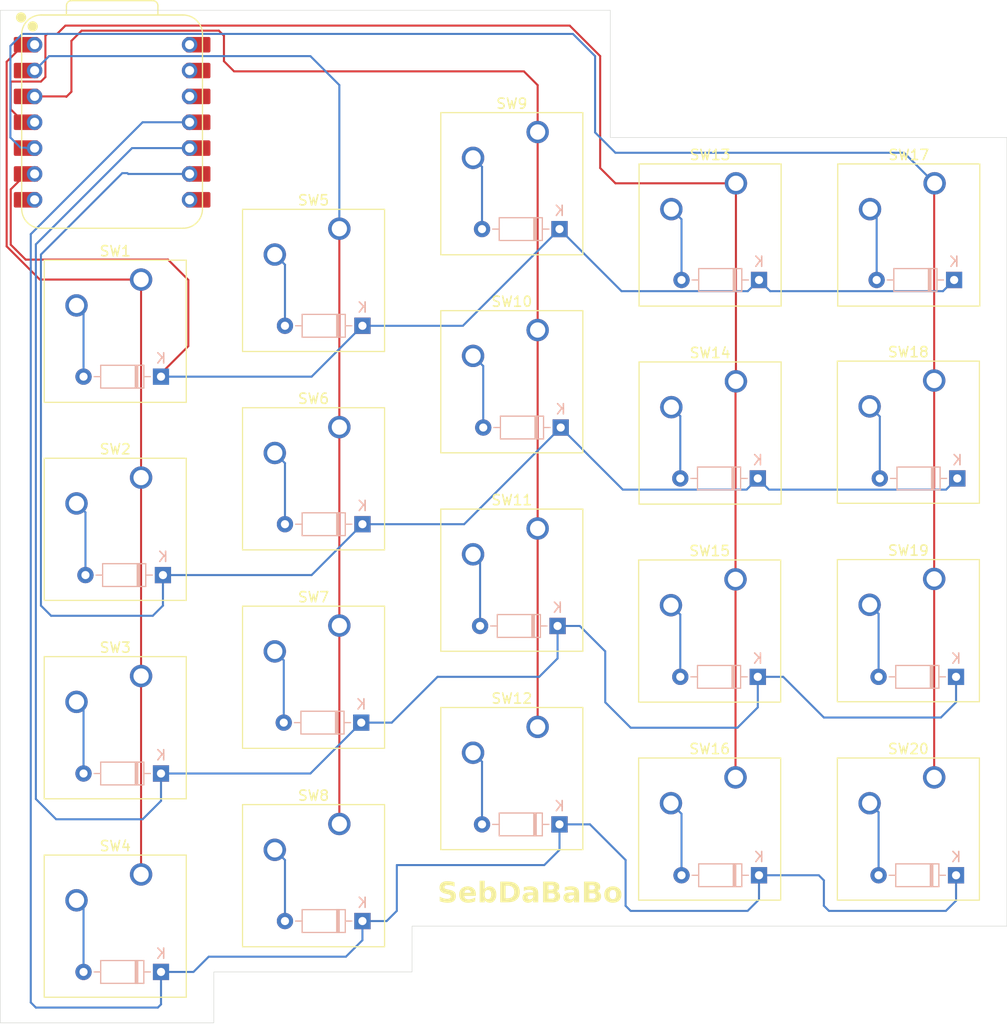
<source format=kicad_pcb>
(kicad_pcb (version 20240108) (generator "pcbnew") (generator_version "8.0")
  (layers (0 "F.Cu" signal) (31 "B.Cu" signal) (34 "B.Paste" user) (35 "F.Paste" user) (36 "B.SilkS" user "B.Silkscreen") (37 "F.SilkS" user "F.Silkscreen") (38 "B.Mask" user) (39 "F.Mask" user) (44 "Edge.Cuts" user))
  (net 0 "")
  (net 1 "ROW0")
  (net 2 "Net-(D1-A)")
  (net 3 "Net-(D2-A)")
  (net 4 "ROW1")
  (net 5 "Net-(D3-A)")
  (net 6 "ROW2")
  (net 7 "ROW3")
  (net 8 "Net-(D4-A)")
  (net 9 "Net-(D5-A)")
  (net 10 "Net-(D6-A)")
  (net 11 "Net-(D7-A)")
  (net 12 "Net-(D8-A)")
  (net 13 "Net-(D9-A)")
  (net 14 "Net-(D10-A)")
  (net 15 "Net-(D11-A)")
  (net 16 "Net-(D12-A)")
  (net 17 "Net-(D13-A)")
  (net 18 "Net-(D14-A)")
  (net 19 "Net-(D15-A)")
  (net 20 "Net-(D16-A)")
  (net 21 "Net-(D17-A)")
  (net 22 "Net-(D18-A)")
  (net 23 "Net-(D19-A)")
  (net 24 "Net-(D20-A)")
  (net 25 "COL0")
  (net 26 "COL1")
  (net 27 "COL2")
  (net 28 "COL3")
  (net 29 "COL4")
  (net 31 "GND")
  (footprint "Button_Switch_Keyboard:SW_Cherry_MX_1.00u_PCB" (layer "F.Cu") (at 129.85 107.46)
    (property "Reference" "SW7" (at -2.54 -2.794 0) (layer "F.SilkS"))
    (property "Value" "SW_Push" (hide yes))
    (pad "" np_thru_hole circle (at -7.62 5.08) (size 1.7 1.7) (drill 1.7) (layers "*.Cu" "*.Mask"))
    (pad "" np_thru_hole circle (at -2.54 5.08) (size 4 4) (drill 4) (layers "*.Cu" "*.Mask"))
    (pad "" np_thru_hole circle (at 2.54 5.08) (size 1.7 1.7) (drill 1.7) (layers "*.Cu" "*.Mask"))
    (pad "1" thru_hole circle (at 0 0) (size 2.2 2.2) (drill 1.5) (layers "*.Cu" "*.Mask") (net 26 "COL1"))
    (pad "2" thru_hole circle (at -6.35 2.54) (size 2.2 2.2) (drill 1.5) (layers "*.Cu" "*.Mask") (net 11 "Net-(D7-A)"))
  )
  (footprint "Button_Switch_Keyboard:SW_Cherry_MX_1.00u_PCB" (layer "F.Cu") (at 149.35 78.42)
    (property "Reference" "SW10" (at -2.54 -2.794 0) (layer "F.SilkS"))
    (property "Value" "SW_Push" (hide yes))
    (pad "" np_thru_hole circle (at -7.62 5.08) (size 1.7 1.7) (drill 1.7) (layers "*.Cu" "*.Mask"))
    (pad "" np_thru_hole circle (at -2.54 5.08) (size 4 4) (drill 4) (layers "*.Cu" "*.Mask"))
    (pad "" np_thru_hole circle (at 2.54 5.08) (size 1.7 1.7) (drill 1.7) (layers "*.Cu" "*.Mask"))
    (pad "1" thru_hole circle (at 0 0) (size 2.2 2.2) (drill 1.5) (layers "*.Cu" "*.Mask") (net 27 "COL2"))
    (pad "2" thru_hole circle (at -6.35 2.54) (size 2.2 2.2) (drill 1.5) (layers "*.Cu" "*.Mask") (net 14 "Net-(D10-A)"))
  )
  (footprint "Button_Switch_Keyboard:SW_Cherry_MX_1.00u_PCB" (layer "F.Cu") (at 129.85 126.96)
    (property "Reference" "SW8" (at -2.54 -2.794 0) (layer "F.SilkS"))
    (property "Value" "SW_Push" (hide yes))
    (pad "" np_thru_hole circle (at -7.62 5.08) (size 1.7 1.7) (drill 1.7) (layers "*.Cu" "*.Mask"))
    (pad "" np_thru_hole circle (at -2.54 5.08) (size 4 4) (drill 4) (layers "*.Cu" "*.Mask"))
    (pad "" np_thru_hole circle (at 2.54 5.08) (size 1.7 1.7) (drill 1.7) (layers "*.Cu" "*.Mask"))
    (pad "1" thru_hole circle (at 0 0) (size 2.2 2.2) (drill 1.5) (layers "*.Cu" "*.Mask") (net 26 "COL1"))
    (pad "2" thru_hole circle (at -6.35 2.54) (size 2.2 2.2) (drill 1.5) (layers "*.Cu" "*.Mask") (net 12 "Net-(D8-A)"))
  )
  (footprint "Button_Switch_Keyboard:SW_Cherry_MX_1.00u_PCB" (layer "F.Cu") (at 188.35 83.38)
    (property "Reference" "SW18" (at -2.54 -2.794 0) (layer "F.SilkS"))
    (property "Value" "SW_Push" (hide yes))
    (pad "" np_thru_hole circle (at -7.62 5.08) (size 1.7 1.7) (drill 1.7) (layers "*.Cu" "*.Mask"))
    (pad "" np_thru_hole circle (at -2.54 5.08) (size 4 4) (drill 4) (layers "*.Cu" "*.Mask"))
    (pad "" np_thru_hole circle (at 2.54 5.08) (size 1.7 1.7) (drill 1.7) (layers "*.Cu" "*.Mask"))
    (pad "1" thru_hole circle (at 0 0) (size 2.2 2.2) (drill 1.5) (layers "*.Cu" "*.Mask") (net 29 "COL4"))
    (pad "2" thru_hole circle (at -6.35 2.54) (size 2.2 2.2) (drill 1.5) (layers "*.Cu" "*.Mask") (net 22 "Net-(D18-A)"))
  )
  (footprint "Button_Switch_Keyboard:SW_Cherry_MX_1.00u_PCB" (layer "F.Cu") (at 110.35 92.92)
    (property "Reference" "SW2" (at -2.54 -2.794 0) (layer "F.SilkS"))
    (property "Value" "SW_Push" (hide yes))
    (pad "" np_thru_hole circle (at -7.62 5.08) (size 1.7 1.7) (drill 1.7) (layers "*.Cu" "*.Mask"))
    (pad "" np_thru_hole circle (at -2.54 5.08) (size 4 4) (drill 4) (layers "*.Cu" "*.Mask"))
    (pad "" np_thru_hole circle (at 2.54 5.08) (size 1.7 1.7) (drill 1.7) (layers "*.Cu" "*.Mask"))
    (pad "1" thru_hole circle (at 0 0) (size 2.2 2.2) (drill 1.5) (layers "*.Cu" "*.Mask") (net 25 "COL0"))
    (pad "2" thru_hole circle (at -6.35 2.54) (size 2.2 2.2) (drill 1.5) (layers "*.Cu" "*.Mask") (net 3 "Net-(D2-A)"))
  )
  (footprint "Button_Switch_Keyboard:SW_Cherry_MX_1.00u_PCB" (layer "F.Cu") (at 168.81 122.38)
    (property "Reference" "SW16" (at -2.54 -2.794 0) (layer "F.SilkS"))
    (property "Value" "SW_Push" (hide yes))
    (pad "" np_thru_hole circle (at -7.62 5.08) (size 1.7 1.7) (drill 1.7) (layers "*.Cu" "*.Mask"))
    (pad "" np_thru_hole circle (at -2.54 5.08) (size 4 4) (drill 4) (layers "*.Cu" "*.Mask"))
    (pad "" np_thru_hole circle (at 2.54 5.08) (size 1.7 1.7) (drill 1.7) (layers "*.Cu" "*.Mask"))
    (pad "1" thru_hole circle (at 0 0) (size 2.2 2.2) (drill 1.5) (layers "*.Cu" "*.Mask") (net 28 "COL3"))
    (pad "2" thru_hole circle (at -6.35 2.54) (size 2.2 2.2) (drill 1.5) (layers "*.Cu" "*.Mask") (net 20 "Net-(D16-A)"))
  )
  (footprint "Button_Switch_Keyboard:SW_Cherry_MX_1.00u_PCB" (layer "F.Cu") (at 168.85 64)
    (property "Reference" "SW13" (at -2.54 -2.794 0) (layer "F.SilkS"))
    (property "Value" "SW_Push" (hide yes))
    (pad "" np_thru_hole circle (at -7.62 5.08) (size 1.7 1.7) (drill 1.7) (layers "*.Cu" "*.Mask"))
    (pad "" np_thru_hole circle (at -2.54 5.08) (size 4 4) (drill 4) (layers "*.Cu" "*.Mask"))
    (pad "" np_thru_hole circle (at 2.54 5.08) (size 1.7 1.7) (drill 1.7) (layers "*.Cu" "*.Mask"))
    (pad "1" thru_hole circle (at 0 0) (size 2.2 2.2) (drill 1.5) (layers "*.Cu" "*.Mask") (net 28 "COL3"))
    (pad "2" thru_hole circle (at -6.35 2.54) (size 2.2 2.2) (drill 1.5) (layers "*.Cu" "*.Mask") (net 17 "Net-(D13-A)"))
  )
  (footprint "Button_Switch_Keyboard:SW_Cherry_MX_1.00u_PCB" (layer "F.Cu") (at 188.35 102.88)
    (property "Reference" "SW19" (at -2.54 -2.794 0) (layer "F.SilkS"))
    (property "Value" "SW_Push" (hide yes))
    (pad "" np_thru_hole circle (at -7.62 5.08) (size 1.7 1.7) (drill 1.7) (layers "*.Cu" "*.Mask"))
    (pad "" np_thru_hole circle (at -2.54 5.08) (size 4 4) (drill 4) (layers "*.Cu" "*.Mask"))
    (pad "" np_thru_hole circle (at 2.54 5.08) (size 1.7 1.7) (drill 1.7) (layers "*.Cu" "*.Mask"))
    (pad "1" thru_hole circle (at 0 0) (size 2.2 2.2) (drill 1.5) (layers "*.Cu" "*.Mask") (net 29 "COL4"))
    (pad "2" thru_hole circle (at -6.35 2.54) (size 2.2 2.2) (drill 1.5) (layers "*.Cu" "*.Mask") (net 23 "Net-(D19-A)"))
  )
  (footprint "Button_Switch_Keyboard:SW_Cherry_MX_1.00u_PCB" (layer "F.Cu") (at 129.85 87.96)
    (property "Reference" "SW6" (at -2.54 -2.794 0) (layer "F.SilkS"))
    (property "Value" "SW_Push" (hide yes))
    (pad "" np_thru_hole circle (at -7.62 5.08) (size 1.7 1.7) (drill 1.7) (layers "*.Cu" "*.Mask"))
    (pad "" np_thru_hole circle (at -2.54 5.08) (size 4 4) (drill 4) (layers "*.Cu" "*.Mask"))
    (pad "" np_thru_hole circle (at 2.54 5.08) (size 1.7 1.7) (drill 1.7) (layers "*.Cu" "*.Mask"))
    (pad "1" thru_hole circle (at 0 0) (size 2.2 2.2) (drill 1.5) (layers "*.Cu" "*.Mask") (net 26 "COL1"))
    (pad "2" thru_hole circle (at -6.35 2.54) (size 2.2 2.2) (drill 1.5) (layers "*.Cu" "*.Mask") (net 10 "Net-(D6-A)"))
  )
  (footprint "Button_Switch_Keyboard:SW_Cherry_MX_1.00u_PCB" (layer "F.Cu") (at 188.35 122.38)
    (property "Reference" "SW20" (at -2.54 -2.794 0) (layer "F.SilkS"))
    (property "Value" "SW_Push" (hide yes))
    (pad "" np_thru_hole circle (at -7.62 5.08) (size 1.7 1.7) (drill 1.7) (layers "*.Cu" "*.Mask"))
    (pad "" np_thru_hole circle (at -2.54 5.08) (size 4 4) (drill 4) (layers "*.Cu" "*.Mask"))
    (pad "" np_thru_hole circle (at 2.54 5.08) (size 1.7 1.7) (drill 1.7) (layers "*.Cu" "*.Mask"))
    (pad "1" thru_hole circle (at 0 0) (size 2.2 2.2) (drill 1.5) (layers "*.Cu" "*.Mask") (net 29 "COL4"))
    (pad "2" thru_hole circle (at -6.35 2.54) (size 2.2 2.2) (drill 1.5) (layers "*.Cu" "*.Mask") (net 24 "Net-(D20-A)"))
  )
  (footprint "Button_Switch_Keyboard:SW_Cherry_MX_1.00u_PCB" (layer "F.Cu") (at 188.39 64)
    (property "Reference" "SW17" (at -2.54 -2.794 0) (layer "F.SilkS"))
    (property "Value" "SW_Push" (hide yes))
    (pad "" np_thru_hole circle (at -7.62 5.08) (size 1.7 1.7) (drill 1.7) (layers "*.Cu" "*.Mask"))
    (pad "" np_thru_hole circle (at -2.54 5.08) (size 4 4) (drill 4) (layers "*.Cu" "*.Mask"))
    (pad "" np_thru_hole circle (at 2.54 5.08) (size 1.7 1.7) (drill 1.7) (layers "*.Cu" "*.Mask"))
    (pad "1" thru_hole circle (at 0 0) (size 2.2 2.2) (drill 1.5) (layers "*.Cu" "*.Mask") (net 29 "COL4"))
    (pad "2" thru_hole circle (at -6.35 2.54) (size 2.2 2.2) (drill 1.5) (layers "*.Cu" "*.Mask") (net 21 "Net-(D17-A)"))
  )
  (footprint "Button_Switch_Keyboard:SW_Cherry_MX_1.00u_PCB" (layer "F.Cu") (at 149.35 97.92)
    (property "Reference" "SW11" (at -2.54 -2.794 0) (layer "F.SilkS"))
    (property "Value" "SW_Push" (hide yes))
    (pad "" np_thru_hole circle (at -7.62 5.08) (size 1.7 1.7) (drill 1.7) (layers "*.Cu" "*.Mask"))
    (pad "" np_thru_hole circle (at -2.54 5.08) (size 4 4) (drill 4) (layers "*.Cu" "*.Mask"))
    (pad "" np_thru_hole circle (at 2.54 5.08) (size 1.7 1.7) (drill 1.7) (layers "*.Cu" "*.Mask"))
    (pad "1" thru_hole circle (at 0 0) (size 2.2 2.2) (drill 1.5) (layers "*.Cu" "*.Mask") (net 27 "COL2"))
    (pad "2" thru_hole circle (at -6.35 2.54) (size 2.2 2.2) (drill 1.5) (layers "*.Cu" "*.Mask") (net 15 "Net-(D11-A)"))
  )
  (footprint "Button_Switch_Keyboard:SW_Cherry_MX_1.00u_PCB" (layer "F.Cu") (at 110.35 73.46)
    (property "Reference" "SW1" (at -2.54 -2.794 0) (layer "F.SilkS"))
    (property "Value" "SW_Push" (hide yes))
    (pad "" np_thru_hole circle (at -7.62 5.08) (size 1.7 1.7) (drill 1.7) (layers "*.Cu" "*.Mask"))
    (pad "" np_thru_hole circle (at -2.54 5.08) (size 4 4) (drill 4) (layers "*.Cu" "*.Mask"))
    (pad "" np_thru_hole circle (at 2.54 5.08) (size 1.7 1.7) (drill 1.7) (layers "*.Cu" "*.Mask"))
    (pad "1" thru_hole circle (at 0 0) (size 2.2 2.2) (drill 1.5) (layers "*.Cu" "*.Mask") (net 25 "COL0"))
    (pad "2" thru_hole circle (at -6.35 2.54) (size 2.2 2.2) (drill 1.5) (layers "*.Cu" "*.Mask") (net 2 "Net-(D1-A)"))
  )
  (footprint "Button_Switch_Keyboard:SW_Cherry_MX_1.00u_PCB" (layer "F.Cu") (at 149.35 117.42)
    (property "Reference" "SW12" (at -2.54 -2.794 0) (layer "F.SilkS"))
    (property "Value" "SW_Push" (hide yes))
    (pad "" np_thru_hole circle (at -7.62 5.08) (size 1.7 1.7) (drill 1.7) (layers "*.Cu" "*.Mask"))
    (pad "" np_thru_hole circle (at -2.54 5.08) (size 4 4) (drill 4) (layers "*.Cu" "*.Mask"))
    (pad "" np_thru_hole circle (at 2.54 5.08) (size 1.7 1.7) (drill 1.7) (layers "*.Cu" "*.Mask"))
    (pad "1" thru_hole circle (at 0 0) (size 2.2 2.2) (drill 1.5) (layers "*.Cu" "*.Mask") (net 27 "COL2"))
    (pad "2" thru_hole circle (at -6.35 2.54) (size 2.2 2.2) (drill 1.5) (layers "*.Cu" "*.Mask") (net 16 "Net-(D12-A)"))
  )
  (footprint "Button_Switch_Keyboard:SW_Cherry_MX_1.00u_PCB" (layer "F.Cu") (at 129.85 68.46)
    (property "Reference" "SW5" (at -2.54 -2.794 0) (layer "F.SilkS"))
    (property "Value" "SW_Push" (hide yes))
    (pad "" np_thru_hole circle (at -7.62 5.08) (size 1.7 1.7) (drill 1.7) (layers "*.Cu" "*.Mask"))
    (pad "" np_thru_hole circle (at -2.54 5.08) (size 4 4) (drill 4) (layers "*.Cu" "*.Mask"))
    (pad "" np_thru_hole circle (at 2.54 5.08) (size 1.7 1.7) (drill 1.7) (layers "*.Cu" "*.Mask"))
    (pad "1" thru_hole circle (at 0 0) (size 2.2 2.2) (drill 1.5) (layers "*.Cu" "*.Mask") (net 26 "COL1"))
    (pad "2" thru_hole circle (at -6.35 2.54) (size 2.2 2.2) (drill 1.5) (layers "*.Cu" "*.Mask") (net 9 "Net-(D5-A)"))
  )
  (footprint "Button_Switch_Keyboard:SW_Cherry_MX_1.00u_PCB" (layer "F.Cu") (at 168.85 83.46)
    (property "Reference" "SW14" (at -2.54 -2.794 0) (layer "F.SilkS"))
    (property "Value" "SW_Push" (hide yes))
    (pad "" np_thru_hole circle (at -7.62 5.08) (size 1.7 1.7) (drill 1.7) (layers "*.Cu" "*.Mask"))
    (pad "" np_thru_hole circle (at -2.54 5.08) (size 4 4) (drill 4) (layers "*.Cu" "*.Mask"))
    (pad "" np_thru_hole circle (at 2.54 5.08) (size 1.7 1.7) (drill 1.7) (layers "*.Cu" "*.Mask"))
    (pad "1" thru_hole circle (at 0 0) (size 2.2 2.2) (drill 1.5) (layers "*.Cu" "*.Mask") (net 28 "COL3"))
    (pad "2" thru_hole circle (at -6.35 2.54) (size 2.2 2.2) (drill 1.5) (layers "*.Cu" "*.Mask") (net 18 "Net-(D14-A)"))
  )
  (footprint "Button_Switch_Keyboard:SW_Cherry_MX_1.00u_PCB" (layer "F.Cu") (at 110.35 112.42)
    (property "Reference" "SW3" (at -2.54 -2.794 0) (layer "F.SilkS"))
    (property "Value" "SW_Push" (hide yes))
    (pad "" np_thru_hole circle (at -7.62 5.08) (size 1.7 1.7) (drill 1.7) (layers "*.Cu" "*.Mask"))
    (pad "" np_thru_hole circle (at -2.54 5.08) (size 4 4) (drill 4) (layers "*.Cu" "*.Mask"))
    (pad "" np_thru_hole circle (at 2.54 5.08) (size 1.7 1.7) (drill 1.7) (layers "*.Cu" "*.Mask"))
    (pad "1" thru_hole circle (at 0 0) (size 2.2 2.2) (drill 1.5) (layers "*.Cu" "*.Mask") (net 25 "COL0"))
    (pad "2" thru_hole circle (at -6.35 2.54) (size 2.2 2.2) (drill 1.5) (layers "*.Cu" "*.Mask") (net 5 "Net-(D3-A)"))
  )
  (footprint "Seeed Studio XIAO Series Library:XIAO-RP2040-DIP" (layer "F.Cu") (at 107.5 58)
    (property "Reference" "U1" (hide yes))
    (property "Value" "Seeed Studio XIAO SAMD21" (hide yes))
    (pad "1" smd roundrect (at -8.455 -7.62 180) (size 2.432 1.524) (layers "F.Cu" "F.Mask") (roundrect_rratio 0.1) (net 25 "COL0"))
    (pad "1" thru_hole circle (at -7.62 -7.62 180) (size 1.524 1.524) (drill 0.889) (layers "*.Cu" "*.Mask") (net 25 "COL0"))
    (pad "2" smd roundrect (at -8.455 -5.08 180) (size 2.432 1.524) (layers "F.Cu" "F.Mask") (roundrect_rratio 0.1) (net 26 "COL1"))
    (pad "2" thru_hole circle (at -7.62 -5.08 180) (size 1.524 1.524) (drill 0.889) (layers "*.Cu" "*.Mask") (net 26 "COL1"))
    (pad "3" smd roundrect (at -8.455 -2.54 180) (size 2.432 1.524) (layers "F.Cu" "F.Mask") (roundrect_rratio 0.1) (net 27 "COL2"))
    (pad "3" thru_hole circle (at -7.62 -2.54 180) (size 1.524 1.524) (drill 0.889) (layers "*.Cu" "*.Mask") (net 27 "COL2"))
    (pad "4" smd roundrect (at -8.455 0 180) (size 2.432 1.524) (layers "F.Cu" "F.Mask") (roundrect_rratio 0.1) (net 28 "COL3"))
    (pad "4" thru_hole circle (at -7.62 0 180) (size 1.524 1.524) (drill 0.889) (layers "*.Cu" "*.Mask") (net 28 "COL3"))
    (pad "5" smd roundrect (at -8.455 2.54 180) (size 2.432 1.524) (layers "F.Cu" "F.Mask") (roundrect_rratio 0.1) (net 29 "COL4"))
    (pad "5" thru_hole circle (at -7.62 2.54 180) (size 1.524 1.524) (drill 0.889) (layers "*.Cu" "*.Mask") (net 29 "COL4"))
    (pad "6" smd roundrect (at -8.455 5.08 180) (size 2.432 1.524) (layers "F.Cu" "F.Mask") (roundrect_rratio 0.1) (net 1 "ROW0"))
    (pad "6" thru_hole circle (at -7.62 5.08 180) (size 1.524 1.524) (drill 0.889) (layers "*.Cu" "*.Mask") (net 1 "ROW0"))
    (pad "7" smd roundrect (at -8.455 7.62 180) (size 2.432 1.524) (layers "F.Cu" "F.Mask") (roundrect_rratio 0.1))
    (pad "7" thru_hole circle (at -7.62 7.62 180) (size 1.524 1.524) (drill 0.889) (layers "*.Cu" "*.Mask"))
    (pad "8" thru_hole circle (at 7.62 7.62) (size 1.524 1.524) (drill 0.889) (layers "*.Cu" "*.Mask"))
    (pad "8" smd roundrect (at 8.455 7.62) (size 2.432 1.524) (layers "F.Cu" "F.Mask") (roundrect_rratio 0.1))
    (pad "9" thru_hole circle (at 7.62 5.08) (size 1.524 1.524) (drill 0.889) (layers "*.Cu" "*.Mask") (net 4 "ROW1"))
    (pad "9" smd roundrect (at 8.455 5.08) (size 2.432 1.524) (layers "F.Cu" "F.Mask") (roundrect_rratio 0.1) (net 4 "ROW1"))
    (pad "10" thru_hole circle (at 7.62 2.54) (size 1.524 1.524) (drill 0.889) (layers "*.Cu" "*.Mask") (net 6 "ROW2"))
    (pad "10" smd roundrect (at 8.455 2.54) (size 2.432 1.524) (layers "F.Cu" "F.Mask") (roundrect_rratio 0.1) (net 6 "ROW2"))
    (pad "11" thru_hole circle (at 7.62 0) (size 1.524 1.524) (drill 0.889) (layers "*.Cu" "*.Mask") (net 7 "ROW3"))
    (pad "11" smd roundrect (at 8.455 0) (size 2.432 1.524) (layers "F.Cu" "F.Mask") (roundrect_rratio 0.1) (net 7 "ROW3"))
    (pad "12" thru_hole circle (at 7.62 -2.54) (size 1.524 1.524) (drill 0.889) (layers "*.Cu" "*.Mask"))
    (pad "12" smd roundrect (at 8.455 -2.54) (size 2.432 1.524) (layers "F.Cu" "F.Mask") (roundrect_rratio 0.1))
    (pad "13" thru_hole circle (at 7.62 -5.08) (size 1.524 1.524) (drill 0.889) (layers "*.Cu" "*.Mask") (net 31 "GND"))
    (pad "13" smd roundrect (at 8.455 -5.08) (size 2.432 1.524) (layers "F.Cu" "F.Mask") (roundrect_rratio 0.1) (net 31 "GND"))
    (pad "14" thru_hole circle (at 7.62 -7.62) (size 1.524 1.524) (drill 0.889) (layers "*.Cu" "*.Mask"))
    (pad "14" smd roundrect (at 8.455 -7.62) (size 2.432 1.524) (layers "F.Cu" "F.Mask") (roundrect_rratio 0.1))
  )
  (footprint "Button_Switch_Keyboard:SW_Cherry_MX_1.00u_PCB" (layer "F.Cu") (at 168.81 102.92)
    (property "Reference" "SW15" (at -2.54 -2.794 0) (layer "F.SilkS"))
    (property "Value" "SW_Push" (hide yes))
    (pad "" np_thru_hole circle (at -7.62 5.08) (size 1.7 1.7) (drill 1.7) (layers "*.Cu" "*.Mask"))
    (pad "" np_thru_hole circle (at -2.54 5.08) (size 4 4) (drill 4) (layers "*.Cu" "*.Mask"))
    (pad "" np_thru_hole circle (at 2.54 5.08) (size 1.7 1.7) (drill 1.7) (layers "*.Cu" "*.Mask"))
    (pad "1" thru_hole circle (at 0 0) (size 2.2 2.2) (drill 1.5) (layers "*.Cu" "*.Mask") (net 28 "COL3"))
    (pad "2" thru_hole circle (at -6.35 2.54) (size 2.2 2.2) (drill 1.5) (layers "*.Cu" "*.Mask") (net 19 "Net-(D15-A)"))
  )
  (footprint "Button_Switch_Keyboard:SW_Cherry_MX_1.00u_PCB" (layer "F.Cu") (at 149.35 58.96)
    (property "Reference" "SW9" (at -2.54 -2.794 0) (layer "F.SilkS"))
    (property "Value" "SW_Push" (hide yes))
    (pad "" np_thru_hole circle (at -7.62 5.08) (size 1.7 1.7) (drill 1.7) (layers "*.Cu" "*.Mask"))
    (pad "" np_thru_hole circle (at -2.54 5.08) (size 4 4) (drill 4) (layers "*.Cu" "*.Mask"))
    (pad "" np_thru_hole circle (at 2.54 5.08) (size 1.7 1.7) (drill 1.7) (layers "*.Cu" "*.Mask"))
    (pad "1" thru_hole circle (at 0 0) (size 2.2 2.2) (drill 1.5) (layers "*.Cu" "*.Mask") (net 27 "COL2"))
    (pad "2" thru_hole circle (at -6.35 2.54) (size 2.2 2.2) (drill 1.5) (layers "*.Cu" "*.Mask") (net 13 "Net-(D9-A)"))
  )
  (footprint "Button_Switch_Keyboard:SW_Cherry_MX_1.00u_PCB" (layer "F.Cu") (at 110.35 131.92)
    (property "Reference" "SW4" (at -2.54 -2.794 0) (layer "F.SilkS"))
    (property "Value" "SW_Push" (hide yes))
    (pad "" np_thru_hole circle (at -7.62 5.08) (size 1.7 1.7) (drill 1.7) (layers "*.Cu" "*.Mask"))
    (pad "" np_thru_hole circle (at -2.54 5.08) (size 4 4) (drill 4) (layers "*.Cu" "*.Mask"))
    (pad "" np_thru_hole circle (at 2.54 5.08) (size 1.7 1.7) (drill 1.7) (layers "*.Cu" "*.Mask"))
    (pad "1" thru_hole circle (at 0 0) (size 2.2 2.2) (drill 1.5) (layers "*.Cu" "*.Mask") (net 25 "COL0"))
    (pad "2" thru_hole circle (at -6.35 2.54) (size 2.2 2.2) (drill 1.5) (layers "*.Cu" "*.Mask") (net 8 "Net-(D4-A)"))
  )
  (footprint "Diode_THT:D_DO-35_SOD27_P7.62mm_Horizontal" (layer "B.Cu") (at 112.31 83 180)
    (property "Reference" "D1" (hide yes))
    (property "Value" "1N4148" (hide yes))
    (fp_text user "K" (at 0 1.8 0) (layer "B.SilkS") (effects (justify mirror)))
    (pad "1" thru_hole rect (at 0 0 180) (size 1.6 1.6) (drill 0.8) (layers "*.Cu" "*.Mask") (net 1 "ROW0"))
    (pad "2" thru_hole oval (at 7.62 0 180) (size 1.6 1.6) (drill 0.8) (layers "*.Cu" "*.Mask") (net 2 "Net-(D1-A)"))
  )
  (footprint "Diode_THT:D_DO-35_SOD27_P7.62mm_Horizontal" (layer "B.Cu") (at 132 117 180)
    (property "Reference" "D7" (hide yes))
    (property "Value" "1N4148" (hide yes))
    (fp_text user "K" (at 0 1.8 0) (layer "B.SilkS") (effects (justify mirror)))
    (pad "1" thru_hole rect (at 0 0 180) (size 1.6 1.6) (drill 0.8) (layers "*.Cu" "*.Mask") (net 6 "ROW2"))
    (pad "2" thru_hole oval (at 7.62 0 180) (size 1.6 1.6) (drill 0.8) (layers "*.Cu" "*.Mask") (net 11 "Net-(D7-A)"))
  )
  (footprint "Diode_THT:D_DO-35_SOD27_P7.62mm_Horizontal" (layer "B.Cu") (at 190.31 73.5 180)
    (property "Reference" "D17" (hide yes))
    (property "Value" "1N4148" (hide yes))
    (fp_text user "K" (at 0 1.8 0) (layer "B.SilkS") (effects (justify mirror)))
    (pad "1" thru_hole rect (at 0 0 180) (size 1.6 1.6) (drill 0.8) (layers "*.Cu" "*.Mask") (net 1 "ROW0"))
    (pad "2" thru_hole oval (at 7.62 0 180) (size 1.6 1.6) (drill 0.8) (layers "*.Cu" "*.Mask") (net 21 "Net-(D17-A)"))
  )
  (footprint "Diode_THT:D_DO-35_SOD27_P7.62mm_Horizontal" (layer "B.Cu") (at 190.5 112.5 180)
    (property "Reference" "D19" (hide yes))
    (property "Value" "1N4148" (hide yes))
    (fp_text user "K" (at 0 1.8 0) (layer "B.SilkS") (effects (justify mirror)))
    (pad "1" thru_hole rect (at 0 0 180) (size 1.6 1.6) (drill 0.8) (layers "*.Cu" "*.Mask") (net 6 "ROW2"))
    (pad "2" thru_hole oval (at 7.62 0 180) (size 1.6 1.6) (drill 0.8) (layers "*.Cu" "*.Mask") (net 23 "Net-(D19-A)"))
  )
  (footprint "Diode_THT:D_DO-35_SOD27_P7.62mm_Horizontal" (layer "B.Cu") (at 112.5 102.5 180)
    (property "Reference" "D2" (hide yes))
    (property "Value" "1N4148" (hide yes))
    (fp_text user "K" (at 0 1.8 0) (layer "B.SilkS") (effects (justify mirror)))
    (pad "1" thru_hole rect (at 0 0 180) (size 1.6 1.6) (drill 0.8) (layers "*.Cu" "*.Mask") (net 4 "ROW1"))
    (pad "2" thru_hole oval (at 7.62 0 180) (size 1.6 1.6) (drill 0.8) (layers "*.Cu" "*.Mask") (net 3 "Net-(D2-A)"))
  )
  (footprint "Diode_THT:D_DO-35_SOD27_P7.62mm_Horizontal" (layer "B.Cu") (at 132.12 97.5 180)
    (property "Reference" "D6" (hide yes))
    (property "Value" "1N4148" (hide yes))
    (fp_text user "K" (at 0 1.8 0) (layer "B.SilkS") (effects (justify mirror)))
    (pad "1" thru_hole rect (at 0 0 180) (size 1.6 1.6) (drill 0.8) (layers "*.Cu" "*.Mask") (net 4 "ROW1"))
    (pad "2" thru_hole oval (at 7.62 0 180) (size 1.6 1.6) (drill 0.8) (layers "*.Cu" "*.Mask") (net 10 "Net-(D6-A)"))
  )
  (footprint "Diode_THT:D_DO-35_SOD27_P7.62mm_Horizontal" (layer "B.Cu") (at 171 112.5 180)
    (property "Reference" "D15" (hide yes))
    (property "Value" "1N4148" (hide yes))
    (fp_text user "K" (at 0 1.8 0) (layer "B.SilkS") (effects (justify mirror)))
    (pad "1" thru_hole rect (at 0 0 180) (size 1.6 1.6) (drill 0.8) (layers "*.Cu" "*.Mask") (net 6 "ROW2"))
    (pad "2" thru_hole oval (at 7.62 0 180) (size 1.6 1.6) (drill 0.8) (layers "*.Cu" "*.Mask") (net 19 "Net-(D15-A)"))
  )
  (footprint "Diode_THT:D_DO-35_SOD27_P7.62mm_Horizontal" (layer "B.Cu") (at 112.31 122 180)
    (property "Reference" "D3" (hide yes))
    (property "Value" "1N4148" (hide yes))
    (fp_text user "K" (at 0 1.8 0) (layer "B.SilkS") (effects (justify mirror)))
    (pad "1" thru_hole rect (at 0 0 180) (size 1.6 1.6) (drill 0.8) (layers "*.Cu" "*.Mask") (net 6 "ROW2"))
    (pad "2" thru_hole oval (at 7.62 0 180) (size 1.6 1.6) (drill 0.8) (layers "*.Cu" "*.Mask") (net 5 "Net-(D3-A)"))
  )
  (footprint "Diode_THT:D_DO-35_SOD27_P7.62mm_Horizontal" (layer "B.Cu") (at 171 93 180)
    (property "Reference" "D14" (hide yes))
    (property "Value" "1N4148" (hide yes))
    (fp_text user "K" (at 0 1.8 0) (layer "B.SilkS") (effects (justify mirror)))
    (pad "1" thru_hole rect (at 0 0 180) (size 1.6 1.6) (drill 0.8) (layers "*.Cu" "*.Mask") (net 4 "ROW1"))
    (pad "2" thru_hole oval (at 7.62 0 180) (size 1.6 1.6) (drill 0.8) (layers "*.Cu" "*.Mask") (net 18 "Net-(D14-A)"))
  )
  (footprint "Diode_THT:D_DO-35_SOD27_P7.62mm_Horizontal" (layer "B.Cu") (at 171.12 132 180)
    (property "Reference" "D16" (hide yes))
    (property "Value" "1N4148" (hide yes))
    (fp_text user "K" (at 0 1.8 0) (layer "B.SilkS") (effects (justify mirror)))
    (pad "1" thru_hole rect (at 0 0 180) (size 1.6 1.6) (drill 0.8) (layers "*.Cu" "*.Mask") (net 7 "ROW3"))
    (pad "2" thru_hole oval (at 7.62 0 180) (size 1.6 1.6) (drill 0.8) (layers "*.Cu" "*.Mask") (net 20 "Net-(D16-A)"))
  )
  (footprint "Diode_THT:D_DO-35_SOD27_P7.62mm_Horizontal" (layer "B.Cu") (at 151.5 68.5 180)
    (property "Reference" "D9" (hide yes))
    (property "Value" "1N4148" (hide yes))
    (fp_text user "K" (at 0 1.8 0) (layer "B.SilkS") (effects (justify mirror)))
    (pad "1" thru_hole rect (at 0 0 180) (size 1.6 1.6) (drill 0.8) (layers "*.Cu" "*.Mask") (net 1 "ROW0"))
    (pad "2" thru_hole oval (at 7.62 0 180) (size 1.6 1.6) (drill 0.8) (layers "*.Cu" "*.Mask") (net 13 "Net-(D9-A)"))
  )
  (footprint "Diode_THT:D_DO-35_SOD27_P7.62mm_Horizontal" (layer "B.Cu") (at 151.5 127 180)
    (property "Reference" "D12" (hide yes))
    (property "Value" "1N4148" (hide yes))
    (fp_text user "K" (at 0 1.8 0) (layer "B.SilkS") (effects (justify mirror)))
    (pad "1" thru_hole rect (at 0 0 180) (size 1.6 1.6) (drill 0.8) (layers "*.Cu" "*.Mask") (net 7 "ROW3"))
    (pad "2" thru_hole oval (at 7.62 0 180) (size 1.6 1.6) (drill 0.8) (layers "*.Cu" "*.Mask") (net 16 "Net-(D12-A)"))
  )
  (footprint "Diode_THT:D_DO-35_SOD27_P7.62mm_Horizontal" (layer "B.Cu") (at 190.5 132 180)
    (property "Reference" "D20" (hide yes))
    (property "Value" "1N4148" (hide yes))
    (fp_text user "K" (at 0 1.8 0) (layer "B.SilkS") (effects (justify mirror)))
    (pad "1" thru_hole rect (at 0 0 180) (size 1.6 1.6) (drill 0.8) (layers "*.Cu" "*.Mask") (net 7 "ROW3"))
    (pad "2" thru_hole oval (at 7.62 0 180) (size 1.6 1.6) (drill 0.8) (layers "*.Cu" "*.Mask") (net 24 "Net-(D20-A)"))
  )
  (footprint "Diode_THT:D_DO-35_SOD27_P7.62mm_Horizontal" (layer "B.Cu") (at 171.12 73.5 180)
    (property "Reference" "D13" (hide yes))
    (property "Value" "1N4148" (hide yes))
    (fp_text user "K" (at 0 1.8 0) (layer "B.SilkS") (effects (justify mirror)))
    (pad "1" thru_hole rect (at 0 0 180) (size 1.6 1.6) (drill 0.8) (layers "*.Cu" "*.Mask") (net 1 "ROW0"))
    (pad "2" thru_hole oval (at 7.62 0 180) (size 1.6 1.6) (drill 0.8) (layers "*.Cu" "*.Mask") (net 17 "Net-(D13-A)"))
  )
  (footprint "Diode_THT:D_DO-35_SOD27_P7.62mm_Horizontal" (layer "B.Cu") (at 132.12 136.5 180)
    (property "Reference" "D8" (hide yes))
    (property "Value" "1N4148" (hide yes))
    (fp_text user "K" (at 0 1.8 0) (layer "B.SilkS") (effects (justify mirror)))
    (pad "1" thru_hole rect (at 0 0 180) (size 1.6 1.6) (drill 0.8) (layers "*.Cu" "*.Mask") (net 7 "ROW3"))
    (pad "2" thru_hole oval (at 7.62 0 180) (size 1.6 1.6) (drill 0.8) (layers "*.Cu" "*.Mask") (net 12 "Net-(D8-A)"))
  )
  (footprint "Diode_THT:D_DO-35_SOD27_P7.62mm_Horizontal" (layer "B.Cu") (at 151.62 88 180)
    (property "Reference" "D10" (hide yes))
    (property "Value" "1N4148" (hide yes))
    (fp_text user "K" (at 0 1.8 0) (layer "B.SilkS") (effects (justify mirror)))
    (pad "1" thru_hole rect (at 0 0 180) (size 1.6 1.6) (drill 0.8) (layers "*.Cu" "*.Mask") (net 4 "ROW1"))
    (pad "2" thru_hole oval (at 7.62 0 180) (size 1.6 1.6) (drill 0.8) (layers "*.Cu" "*.Mask") (net 14 "Net-(D10-A)"))
  )
  (footprint "Diode_THT:D_DO-35_SOD27_P7.62mm_Horizontal" (layer "B.Cu") (at 112.31 141.5 180)
    (property "Reference" "D4" (hide yes))
    (property "Value" "1N4148" (hide yes))
    (fp_text user "K" (at 0 1.8 0) (layer "B.SilkS") (effects (justify mirror)))
    (pad "1" thru_hole rect (at 0 0 180) (size 1.6 1.6) (drill 0.8) (layers "*.Cu" "*.Mask") (net 7 "ROW3"))
    (pad "2" thru_hole oval (at 7.62 0 180) (size 1.6 1.6) (drill 0.8) (layers "*.Cu" "*.Mask") (net 8 "Net-(D4-A)"))
  )
  (footprint "Diode_THT:D_DO-35_SOD27_P7.62mm_Horizontal" (layer "B.Cu") (at 132.12 78 180)
    (property "Reference" "D5" (hide yes))
    (property "Value" "1N4148" (hide yes))
    (fp_text user "K" (at 0 1.8 0) (layer "B.SilkS") (effects (justify mirror)))
    (pad "1" thru_hole rect (at 0 0 180) (size 1.6 1.6) (drill 0.8) (layers "*.Cu" "*.Mask") (net 1 "ROW0"))
    (pad "2" thru_hole oval (at 7.62 0 180) (size 1.6 1.6) (drill 0.8) (layers "*.Cu" "*.Mask") (net 9 "Net-(D5-A)"))
  )
  (footprint "Diode_THT:D_DO-35_SOD27_P7.62mm_Horizontal" (layer "B.Cu") (at 190.62 93 180)
    (property "Reference" "D18" (hide yes))
    (property "Value" "1N4148" (hide yes))
    (fp_text user "K" (at 0 1.8 0) (layer "B.SilkS") (effects (justify mirror)))
    (pad "1" thru_hole rect (at 0 0 180) (size 1.6 1.6) (drill 0.8) (layers "*.Cu" "*.Mask") (net 4 "ROW1"))
    (pad "2" thru_hole oval (at 7.62 0 180) (size 1.6 1.6) (drill 0.8) (layers "*.Cu" "*.Mask") (net 22 "Net-(D18-A)"))
  )
  (footprint "Diode_THT:D_DO-35_SOD27_P7.62mm_Horizontal" (layer "B.Cu") (at 151.31 107.5 180)
    (property "Reference" "D11" (hide yes))
    (property "Value" "1N4148" (hide yes))
    (fp_text user "K" (at 0 1.8 0) (layer "B.SilkS") (effects (justify mirror)))
    (pad "1" thru_hole rect (at 0 0 180) (size 1.6 1.6) (drill 0.8) (layers "*.Cu" "*.Mask") (net 6 "ROW2"))
    (pad "2" thru_hole oval (at 7.62 0 180) (size 1.6 1.6) (drill 0.8) (layers "*.Cu" "*.Mask") (net 15 "Net-(D11-A)"))
  )
  (gr_poly (pts (xy 96.5 47) (xy 96.5 146.5) (xy 117.5 146.5) (xy 117.5 141.5) (xy 137 141.5) (xy 137 137) (xy 195.5 137) (xy 195.5 59.5) (xy 156.5 59.5) (xy 156.5 47)) (stroke (width 0.05)) (fill none) (layer "Edge.Cuts"))
  (gr_text "SebDaBaBo" (at 139.5 135 0) (layer "F.SilkS") (effects (font (size 2 2) (thickness 0.4) (bold yes)) (justify left bottom)))
  (segment (start 112.31 82.69) (end 115 80) (width 0.2) (layer "F.Cu") (net 1))
  (segment (start 98.029 70.529) (end 97.529 70.029) (width 0.2) (layer "F.Cu") (net 1))
  (segment (start 112.31 83) (end 112.31 82.69) (width 0.2) (layer "F.Cu") (net 1))
  (segment (start 113 71.5) (end 99 71.5) (width 0.2) (layer "F.Cu") (net 1))
  (segment (start 99.045 63.08) (end 99.88 63.08) (width 0.2) (layer "F.Cu") (net 1))
  (segment (start 99 71.5) (end 98.029 70.529) (width 0.2) (layer "F.Cu") (net 1))
  (segment (start 115 80) (end 115 73.5) (width 0.2) (layer "F.Cu") (net 1))
  (segment (start 97.529 70.029) (end 97.529 64.596) (width 0.2) (layer "F.Cu") (net 1))
  (segment (start 97.529 64.596) (end 99.045 63.08) (width 0.2) (layer "F.Cu") (net 1))
  (segment (start 115 73.5) (end 113 71.5) (width 0.2) (layer "F.Cu") (net 1))
  (segment (start 127.12 83) (end 112.31 83) (width 0.2) (layer "B.Cu") (net 1))
  (segment (start 151.5 68.5) (end 142 78) (width 0.2) (layer "B.Cu") (net 1))
  (segment (start 172.22 74.6) (end 171.12 73.5) (width 0.2) (layer "B.Cu") (net 1))
  (segment (start 171.12 73.5) (end 170.02 74.6) (width 0.2) (layer "B.Cu") (net 1))
  (segment (start 132.12 78) (end 127.12 83) (width 0.2) (layer "B.Cu") (net 1))
  (segment (start 157.6 74.6) (end 151.5 68.5) (width 0.2) (layer "B.Cu") (net 1))
  (segment (start 189.21 74.6) (end 172.22 74.6) (width 0.2) (layer "B.Cu") (net 1))
  (segment (start 142 78) (end 132.12 78) (width 0.2) (layer "B.Cu") (net 1))
  (segment (start 170.02 74.6) (end 157.6 74.6) (width 0.2) (layer "B.Cu") (net 1))
  (segment (start 190.31 73.5) (end 189.21 74.6) (width 0.2) (layer "B.Cu") (net 1))
  (segment (start 104.69 76.69) (end 104 76) (width 0.2) (layer "B.Cu") (net 2))
  (segment (start 104.69 83) (end 104.69 76.69) (width 0.2) (layer "B.Cu") (net 2))
  (segment (start 104.88 102.5) (end 104.88 96.34) (width 0.2) (layer "B.Cu") (net 3))
  (segment (start 104.88 96.34) (end 104 95.46) (width 0.2) (layer "B.Cu") (net 3))
  (segment (start 171 93) (end 172.1 94.1) (width 0.2) (layer "B.Cu") (net 4))
  (segment (start 111.5 106.5) (end 101.5 106.5) (width 0.2) (layer "B.Cu") (net 4))
  (segment (start 112.5 105.5) (end 111.5 106.5) (width 0.2) (layer "B.Cu") (net 4))
  (segment (start 127.12 102.5) (end 132.12 97.5) (width 0.2) (layer "B.Cu") (net 4))
  (segment (start 157.72 94.1) (end 169.9 94.1) (width 0.2) (layer "B.Cu") (net 4))
  (segment (start 109 63) (end 109.08 63.08) (width 0.2) (layer "B.Cu") (net 4))
  (segment (start 189.52 94.1) (end 190.62 93) (width 0.2) (layer "B.Cu") (net 4))
  (segment (start 100.5 105.5) (end 100.5 71) (width 0.2) (layer "B.Cu") (net 4))
  (segment (start 169.9 94.1) (end 171 93) (width 0.2) (layer "B.Cu") (net 4))
  (segment (start 151.62 88) (end 157.72 94.1) (width 0.2) (layer "B.Cu") (net 4))
  (segment (start 108.5 63) (end 109 63) (width 0.2) (layer "B.Cu") (net 4))
  (segment (start 112.5 102.5) (end 127.12 102.5) (width 0.2) (layer "B.Cu") (net 4))
  (segment (start 109.08 63.08) (end 115.12 63.08) (width 0.2) (layer "B.Cu") (net 4))
  (segment (start 172.1 94.1) (end 189.52 94.1) (width 0.2) (layer "B.Cu") (net 4))
  (segment (start 100.5 71) (end 108.5 63) (width 0.2) (layer "B.Cu") (net 4))
  (segment (start 132.12 97.5) (end 142.12 97.5) (width 0.2) (layer "B.Cu") (net 4))
  (segment (start 142.12 97.5) (end 151.62 88) (width 0.2) (layer "B.Cu") (net 4))
  (segment (start 101.5 106.5) (end 100.5 105.5) (width 0.2) (layer "B.Cu") (net 4))
  (segment (start 112.5 102.5) (end 112.5 105.5) (width 0.2) (layer "B.Cu") (net 4))
  (segment (start 104.69 122) (end 104.69 115.65) (width 0.2) (layer "B.Cu") (net 5))
  (segment (start 104.69 115.65) (end 104 114.96) (width 0.2) (layer "B.Cu") (net 5))
  (segment (start 112.31 122) (end 112.31 124.69) (width 0.2) (layer "B.Cu") (net 6))
  (segment (start 171 112.5) (end 173.5 112.5) (width 0.2) (layer "B.Cu") (net 6))
  (segment (start 135 117) (end 139.5 112.5) (width 0.2) (layer "B.Cu") (net 6))
  (segment (start 173.5 112.5) (end 177.5 116.5) (width 0.2) (layer "B.Cu") (net 6))
  (segment (start 158.5 117.5) (end 169 117.5) (width 0.2) (layer "B.Cu") (net 6))
  (segment (start 100 70) (end 109.46 60.54) (width 0.2) (layer "B.Cu") (net 6))
  (segment (start 177.5 116.5) (end 189 116.5) (width 0.2) (layer "B.Cu") (net 6))
  (segment (start 100 124.5) (end 100 70) (width 0.2) (layer "B.Cu") (net 6))
  (segment (start 156 115) (end 158.5 117.5) (width 0.2) (layer "B.Cu") (net 6))
  (segment (start 110.5 126.5) (end 102 126.5) (width 0.2) (layer "B.Cu") (net 6))
  (segment (start 112.31 122) (end 127 122) (width 0.2) (layer "B.Cu") (net 6))
  (segment (start 156 110) (end 156 115) (width 0.2) (layer "B.Cu") (net 6))
  (segment (start 189 116.5) (end 190.5 115) (width 0.2) (layer "B.Cu") (net 6))
  (segment (start 151.31 107.5) (end 153.5 107.5) (width 0.2) (layer "B.Cu") (net 6))
  (segment (start 153.5 107.5) (end 156 110) (width 0.2) (layer "B.Cu") (net 6))
  (segment (start 132 117) (end 135 117) (width 0.2) (layer "B.Cu") (net 6))
  (segment (start 139.5 112.5) (end 149.5 112.5) (width 0.2) (layer "B.Cu") (net 6))
  (segment (start 102 126.5) (end 100 124.5) (width 0.2) (layer "B.Cu") (net 6))
  (segment (start 151.31 110.69) (end 151.31 107.5) (width 0.2) (layer "B.Cu") (net 6))
  (segment (start 149.5 112.5) (end 151.31 110.69) (width 0.2) (layer "B.Cu") (net 6))
  (segment (start 190.5 115) (end 190.5 112.5) (width 0.2) (layer "B.Cu") (net 6))
  (segment (start 171 115.5) (end 171 112.5) (width 0.2) (layer "B.Cu") (net 6))
  (segment (start 127 122) (end 132 117) (width 0.2) (layer "B.Cu") (net 6))
  (segment (start 109.46 60.54) (end 115.12 60.54) (width 0.2) (layer "B.Cu") (net 6))
  (segment (start 112.31 124.69) (end 110.5 126.5) (width 0.2) (layer "B.Cu") (net 6))
  (segment (start 169 117.5) (end 171 115.5) (width 0.2) (layer "B.Cu") (net 6))
  (segment (start 154.5 127) (end 158 130.5) (width 0.2) (layer "B.Cu") (net 7))
  (segment (start 110.5 58) (end 115.12 58) (width 0.2) (layer "B.Cu") (net 7))
  (segment (start 135.5 135.5) (end 135.5 131) (width 0.2) (layer "B.Cu") (net 7))
  (segment (start 132.12 138.38) (end 132.12 136.5) (width 0.2) (layer "B.Cu") (net 7))
  (segment (start 132.12 136.5) (end 134.5 136.5) (width 0.2) (layer "B.Cu") (net 7))
  (segment (start 100 145) (end 99.5 144.5) (width 0.2) (layer "B.Cu") (net 7))
  (segment (start 134.5 136.5) (end 135.5 135.5) (width 0.2) (layer "B.Cu") (net 7))
  (segment (start 115.5 141.5) (end 117 140) (width 0.2) (layer "B.Cu") (net 7))
  (segment (start 171.12 132) (end 177 132) (width 0.2) (layer "B.Cu") (net 7))
  (segment (start 158 135) (end 158.5 135.5) (width 0.2) (layer "B.Cu") (net 7))
  (segment (start 177 132) (end 177.5 132.5) (width 0.2) (layer "B.Cu") (net 7))
  (segment (start 112.31 141.5) (end 112.31 144.69) (width 0.2) (layer "B.Cu") (net 7))
  (segment (start 177.5 132.5) (end 177.5 135) (width 0.2) (layer "B.Cu") (net 7))
  (segment (start 177.5 135) (end 178 135.5) (width 0.2) (layer "B.Cu") (net 7))
  (segment (start 112.31 141.5) (end 115.5 141.5) (width 0.2) (layer "B.Cu") (net 7))
  (segment (start 135.5 131) (end 150 131) (width 0.2) (layer "B.Cu") (net 7))
  (segment (start 112.31 144.69) (end 112 145) (width 0.2) (layer "B.Cu") (net 7))
  (segment (start 130.5 140) (end 132.12 138.38) (width 0.2) (layer "B.Cu") (net 7))
  (segment (start 189.5 135.5) (end 190.5 134.5) (width 0.2) (layer "B.Cu") (net 7))
  (segment (start 158.5 135.5) (end 170 135.5) (width 0.2) (layer "B.Cu") (net 7))
  (segment (start 112 145) (end 100 145) (width 0.2) (layer "B.Cu") (net 7))
  (segment (start 151.5 129.5) (end 151.5 127) (width 0.2) (layer "B.Cu") (net 7))
  (segment (start 99.5 69) (end 110.5 58) (width 0.2) (layer "B.Cu") (net 7))
  (segment (start 158 130.5) (end 158 135) (width 0.2) (layer "B.Cu") (net 7))
  (segment (start 151.5 127) (end 154.5 127) (width 0.2) (layer "B.Cu") (net 7))
  (segment (start 117 140) (end 130.5 140) (width 0.2) (layer "B.Cu") (net 7))
  (segment (start 178 135.5) (end 189.5 135.5) (width 0.2) (layer "B.Cu") (net 7))
  (segment (start 171.12 134.38) (end 171.12 132) (width 0.2) (layer "B.Cu") (net 7))
  (segment (start 170 135.5) (end 171.12 134.38) (width 0.2) (layer "B.Cu") (net 7))
  (segment (start 190.5 134.5) (end 190.5 132) (width 0.2) (layer "B.Cu") (net 7))
  (segment (start 150 131) (end 151.5 129.5) (width 0.2) (layer "B.Cu") (net 7))
  (segment (start 99.5 144.5) (end 99.5 69) (width 0.2) (layer "B.Cu") (net 7))
  (segment (start 104.69 135.15) (end 104 134.46) (width 0.2) (layer "B.Cu") (net 8))
  (segment (start 104.69 141.5) (end 104.69 135.15) (width 0.2) (layer "B.Cu") (net 8))
  (segment (start 124.5 78) (end 124.5 72) (width 0.2) (layer "B.Cu") (net 9))
  (segment (start 124.5 72) (end 123.5 71) (width 0.2) (layer "B.Cu") (net 9))
  (segment (start 124.5 91.5) (end 123.5 90.5) (width 0.2) (layer "B.Cu") (net 10))
  (segment (start 124.5 97.5) (end 124.5 91.5) (width 0.2) (layer "B.Cu") (net 10))
  (segment (start 124.38 110.88) (end 123.5 110) (width 0.2) (layer "B.Cu") (net 11))
  (segment (start 124.38 117) (end 124.38 110.88) (width 0.2) (layer "B.Cu") (net 11))
  (segment (start 124.5 130.5) (end 123.5 129.5) (width 0.2) (layer "B.Cu") (net 12))
  (segment (start 124.5 136.5) (end 124.5 130.5) (width 0.2) (layer "B.Cu") (net 12))
  (segment (start 143.88 62.38) (end 143 61.5) (width 0.2) (layer "B.Cu") (net 13))
  (segment (start 143.88 68.5) (end 143.88 62.38) (width 0.2) (layer "B.Cu") (net 13))
  (segment (start 144 88) (end 144 81.96) (width 0.2) (layer "B.Cu") (net 14))
  (segment (start 144 81.96) (end 143 80.96) (width 0.2) (layer "B.Cu") (net 14))
  (segment (start 143.69 107.5) (end 143.69 101.15) (width 0.2) (layer "B.Cu") (net 15))
  (segment (start 143.69 101.15) (end 143 100.46) (width 0.2) (layer "B.Cu") (net 15))
  (segment (start 143.88 127) (end 143.88 120.84) (width 0.2) (layer "B.Cu") (net 16))
  (segment (start 143.88 120.84) (end 143 119.96) (width 0.2) (layer "B.Cu") (net 16))
  (segment (start 163.5 67.54) (end 162.5 66.54) (width 0.2) (layer "B.Cu") (net 17))
  (segment (start 163.5 73.5) (end 163.5 67.54) (width 0.2) (layer "B.Cu") (net 17))
  (segment (start 163.38 86.88) (end 162.5 86) (width 0.2) (layer "B.Cu") (net 18))
  (segment (start 163.38 93) (end 163.38 86.88) (width 0.2) (layer "B.Cu") (net 18))
  (segment (start 163.38 106.38) (end 162.46 105.46) (width 0.2) (layer "B.Cu") (net 19))
  (segment (start 163.38 112.5) (end 163.38 106.38) (width 0.2) (layer "B.Cu") (net 19))
  (segment (start 163.5 132) (end 163.5 125.96) (width 0.2) (layer "B.Cu") (net 20))
  (segment (start 163.5 125.96) (end 162.46 124.92) (width 0.2) (layer "B.Cu") (net 20))
  (segment (start 182.69 67.19) (end 182.04 66.54) (width 0.2) (layer "B.Cu") (net 21))
  (segment (start 182.69 73.5) (end 182.69 67.19) (width 0.2) (layer "B.Cu") (net 21))
  (segment (start 183 93) (end 183 86.92) (width 0.2) (layer "B.Cu") (net 22))
  (segment (start 183 86.92) (end 182 85.92) (width 0.2) (layer "B.Cu") (net 22))
  (segment (start 182.88 106.3) (end 182 105.42) (width 0.2) (layer "B.Cu") (net 23))
  (segment (start 182.88 112.5) (end 182.88 106.3) (width 0.2) (layer "B.Cu") (net 23))
  (segment (start 182.88 125.8) (end 182 124.92) (width 0.2) (layer "B.Cu") (net 24))
  (segment (start 182.88 132) (end 182.88 125.8) (width 0.2) (layer "B.Cu") (net 24))
  (segment (start 110.35 131.92) (end 110.35 112.42) (width 0.2) (layer "F.Cu") (net 25))
  (segment (start 110.35 73.46) (end 100.394314 73.46) (width 0.2) (layer "F.Cu") (net 25))
  (segment (start 110.35 92.92) (end 110.35 73.46) (width 0.2) (layer "F.Cu") (net 25))
  (segment (start 98.80237 50.38) (end 99.88 50.38) (width 0.2) (layer "F.Cu") (net 25))
  (segment (start 110.35 112.42) (end 110.35 92.92) (width 0.2) (layer "F.Cu") (net 25))
  (segment (start 97.129 70.194686) (end 97.129 52.05337) (width 0.2) (layer "F.Cu") (net 25))
  (segment (start 97.129 52.05337) (end 98.80237 50.38) (width 0.2) (layer "F.Cu") (net 25))
  (segment (start 100.394314 73.46) (end 97.129 70.194686) (width 0.2) (layer "F.Cu") (net 25))
  (segment (start 129.85 126.96) (end 129.85 107.46) (width 0.2) (layer "F.Cu") (net 26))
  (segment (start 129.85 87.96) (end 129.85 68.46) (width 0.2) (layer "F.Cu") (net 26))
  (segment (start 129.85 107.46) (end 129.85 87.96) (width 0.2) (layer "F.Cu") (net 26))
  (segment (start 101.3 51.5) (end 99.88 52.92) (width 0.2) (layer "B.Cu") (net 26))
  (segment (start 127 51.5) (end 101.3 51.5) (width 0.2) (layer "B.Cu") (net 26))
  (segment (start 129.85 54.35) (end 127 51.5) (width 0.2) (layer "B.Cu") (net 26))
  (segment (start 129.85 68.46) (end 129.85 54.35) (width 0.2) (layer "B.Cu") (net 26))
  (segment (start 149.35 117.42) (end 149.35 97.92) (width 0.2) (layer "F.Cu") (net 27))
  (segment (start 149.35 58.96) (end 149.35 54.35) (width 0.2) (layer "F.Cu") (net 27))
  (segment (start 103.5 50) (end 103.5 55) (width 0.2) (layer "F.Cu") (net 27))
  (segment (start 103 55.5) (end 102.96 55.46) (width 0.2) (layer "F.Cu") (net 27))
  (segment (start 104.5 49) (end 103.5 50) (width 0.2) (layer "F.Cu") (net 27))
  (segment (start 119.5 53) (end 118.5 52) (width 0.2) (layer "F.Cu") (net 27))
  (segment (start 103.5 55) (end 103 55.5) (width 0.2) (layer "F.Cu") (net 27))
  (segment (start 148 53) (end 119.5 53) (width 0.2) (layer "F.Cu") (net 27))
  (segment (start 118.5 49.5) (end 118 49) (width 0.2) (layer "F.Cu") (net 27))
  (segment (start 118 49) (end 104.5 49) (width 0.2) (layer "F.Cu") (net 27))
  (segment (start 149.35 97.92) (end 149.35 78.42) (width 0.2) (layer "F.Cu") (net 27))
  (segment (start 118.5 52) (end 118.5 49.5) (width 0.2) (layer "F.Cu") (net 27))
  (segment (start 149.35 78.42) (end 149.35 58.96) (width 0.2) (layer "F.Cu") (net 27))
  (segment (start 149.35 54.35) (end 148 53) (width 0.2) (layer "F.Cu") (net 27))
  (segment (start 102.96 55.46) (end 99.88 55.46) (width 0.2) (layer "F.Cu") (net 27))
  (segment (start 100.942 49.5) (end 100.942 53.558) (width 0.2) (layer "F.Cu") (net 28))
  (segment (start 97.529 54) (end 97.529 56.72663) (width 0.2) (layer "F.Cu") (net 28))
  (segment (start 97.529 56.72663) (end 98.80237 58) (width 0.2) (layer "F.Cu") (net 28))
  (segment (start 168.81 122.38) (end 168.81 102.92) (width 0.2) (layer "F.Cu") (net 28))
  (segment (start 100.942 53.558) (end 100.5 54) (width 0.2) (layer "F.Cu") (net 28))
  (segment (start 102.091 49.318) (end 101.124 49.318) (width 0.2) (layer "F.Cu") (net 28))
  (segment (start 98.80237 58) (end 99.88 58) (width 0.2) (layer "F.Cu") (net 28))
  (segment (start 155.5 62.5) (end 155.5 51.5) (width 0.2) (layer "F.Cu") (net 28))
  (segment (start 168.81 102.92) (end 168.81 83.5) (width 0.2) (layer "F.Cu") (net 28))
  (segment (start 100.5 54) (end 97.529 54) (width 0.2) (layer "F.Cu") (net 28))
  (segment (start 157 64) (end 155.5 62.5) (width 0.2) (layer "F.Cu") (net 28))
  (segment (start 101.124 49.318) (end 100.942 49.5) (width 0.2) (layer "F.Cu") (net 28))
  (segment (start 168.85 83.46) (end 168.85 64) (width 0.2) (layer "F.Cu") (net 28))
  (segment (start 102.909 48.5) (end 102.091 49.318) (width 0.2) (layer "F.Cu") (net 28))
  (segment (start 152.5 48.5) (end 102.909 48.5) (width 0.2) (layer "F.Cu") (net 28))
  (segment (start 168.81 83.5) (end 168.85 83.46) (width 0.2) (layer "F.Cu") (net 28))
  (segment (start 155.5 51.5) (end 152.5 48.5) (width 0.2) (layer "F.Cu") (net 28))
  (segment (start 168.85 64) (end 157 64) (width 0.2) (layer "F.Cu") (net 28))
  (segment (start 188.35 83.38) (end 188.35 64.04) (width 0.2) (layer "F.Cu") (net 29))
  (segment (start 188.35 64.04) (end 188.39 64) (width 0.2) (layer "F.Cu") (net 29))
  (segment (start 188.35 102.88) (end 188.35 83.38) (width 0.2) (layer "F.Cu") (net 29))
  (segment (start 188.35 122.38) (end 188.35 102.88) (width 0.2) (layer "F.Cu") (net 29))
  (segment (start 188.39 64) (end 185.39 61) (width 0.2) (layer "B.Cu") (net 29))
  (segment (start 97.5 59.5) (end 98.5 60.5) (width 0.2) (layer "B.Cu") (net 29))
  (segment (start 98.682 49.318) (end 97.5 50.5) (width 0.2) (layer "B.Cu") (net 29))
  (segment (start 185.39 61) (end 157 61) (width 0.2) (layer "B.Cu") (net 29))
  (segment (start 97.5 50.5) (end 97.5 59.5) (width 0.2) (layer "B.Cu") (net 29))
  (segment (start 99 60.5) (end 99.04 60.54) (width 0.2) (layer "B.Cu") (net 29))
  (segment (start 157 61) (end 155 59) (width 0.2) (layer "B.Cu") (net 29))
  (segment (start 155 51.5) (end 152.818 49.318) (width 0.2) (layer "B.Cu") (net 29))
  (segment (start 155 59) (end 155 51.5) (width 0.2) (layer "B.Cu") (net 29))
  (segment (start 98.5 60.5) (end 99 60.5) (width 0.2) (layer "B.Cu") (net 29))
  (segment (start 152.818 49.318) (end 98.682 49.318) (width 0.2) (layer "B.Cu") (net 29))
  (segment (start 99.04 60.54) (end 99.88 60.54) (width 0.2) (layer "B.Cu") (net 29))
)
</source>
